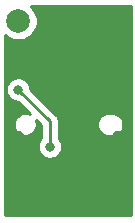
<source format=gbl>
G04 #@! TF.GenerationSoftware,KiCad,Pcbnew,(5.1.2)-2*
G04 #@! TF.CreationDate,2019-09-12T19:32:37+02:00*
G04 #@! TF.ProjectId,braunAdapterUSBC,62726175-6e41-4646-9170-746572555342,rev?*
G04 #@! TF.SameCoordinates,Original*
G04 #@! TF.FileFunction,Copper,L2,Bot*
G04 #@! TF.FilePolarity,Positive*
%FSLAX46Y46*%
G04 Gerber Fmt 4.6, Leading zero omitted, Abs format (unit mm)*
G04 Created by KiCad (PCBNEW (5.1.2)-2) date 2019-09-12 19:32:37*
%MOMM*%
%LPD*%
G04 APERTURE LIST*
%ADD10O,0.800000X1.400000*%
%ADD11C,2.000000*%
%ADD12C,0.600000*%
%ADD13R,0.800000X1.300000*%
%ADD14C,0.800000*%
%ADD15C,0.250000*%
%ADD16C,0.254000*%
G04 APERTURE END LIST*
D10*
X-4130000Y3110000D03*
X4130000Y3110000D03*
X4490000Y-2840000D03*
X-4490000Y-2840000D03*
D11*
X-4200000Y13100000D03*
X-4200000Y10000000D03*
D12*
X-1800000Y8225001D03*
X-1800000Y7525001D03*
D13*
X-1800000Y7875001D03*
D14*
X800000Y8000000D03*
X-4200000Y7300000D03*
X-1519496Y2469231D03*
D15*
X4130000Y-2480000D02*
X4490000Y-2840000D01*
X4130000Y3110000D02*
X4130000Y-2480000D01*
X-4130000Y-2480000D02*
X-4490000Y-2840000D01*
X-4130000Y3110000D02*
X-4130000Y-2480000D01*
X-3840000Y-2840000D02*
X4490000Y-2840000D01*
X-4490000Y-2840000D02*
X-3840000Y-2840000D01*
X-3674999Y10000000D02*
X-4200000Y10000000D01*
X-1800000Y8125001D02*
X-3674999Y10000000D01*
X-1800000Y7875001D02*
X-1800000Y8125001D01*
X-5225002Y8974998D02*
X-5225002Y4505002D01*
X-4200000Y10000000D02*
X-5225002Y8974998D01*
X-5225002Y4505002D02*
X-4130000Y3410000D01*
X-4130000Y3410000D02*
X-4130000Y3110000D01*
X-1574999Y8000000D02*
X-1800000Y8225001D01*
X800000Y8000000D02*
X-1574999Y8000000D01*
X-4200000Y7300000D02*
X-1519496Y4619496D01*
X-1519496Y4619496D02*
X-1519496Y2469231D01*
D16*
G36*
X5340001Y-3340000D02*
G01*
X-5340000Y-3340000D01*
X-5340000Y7401939D01*
X-5235000Y7401939D01*
X-5235000Y7198061D01*
X-5195226Y6998102D01*
X-5117205Y6809744D01*
X-5003937Y6640226D01*
X-4859774Y6496063D01*
X-4690256Y6382795D01*
X-4501898Y6304774D01*
X-4301939Y6265000D01*
X-4239801Y6265000D01*
X-3214020Y5239219D01*
X-3319978Y5283108D01*
X-3505448Y5320000D01*
X-3694552Y5320000D01*
X-3880022Y5283108D01*
X-4054731Y5210741D01*
X-4211964Y5105681D01*
X-4345681Y4971964D01*
X-4450741Y4814731D01*
X-4523108Y4640022D01*
X-4560000Y4454552D01*
X-4560000Y4265448D01*
X-4523108Y4079978D01*
X-4450741Y3905269D01*
X-4345681Y3748036D01*
X-4211964Y3614319D01*
X-4054731Y3509259D01*
X-3880022Y3436892D01*
X-3694552Y3400000D01*
X-3505448Y3400000D01*
X-3319978Y3436892D01*
X-3145269Y3509259D01*
X-2988036Y3614319D01*
X-2854319Y3748036D01*
X-2749259Y3905269D01*
X-2676892Y4079978D01*
X-2640000Y4265448D01*
X-2640000Y4454552D01*
X-2676892Y4640022D01*
X-2720781Y4745979D01*
X-2279496Y4304694D01*
X-2279495Y3172943D01*
X-2323433Y3129005D01*
X-2436701Y2959487D01*
X-2514722Y2771129D01*
X-2554496Y2571170D01*
X-2554496Y2367292D01*
X-2514722Y2167333D01*
X-2436701Y1978975D01*
X-2323433Y1809457D01*
X-2179270Y1665294D01*
X-2009752Y1552026D01*
X-1821394Y1474005D01*
X-1621435Y1434231D01*
X-1417557Y1434231D01*
X-1217598Y1474005D01*
X-1029240Y1552026D01*
X-859722Y1665294D01*
X-715559Y1809457D01*
X-602291Y1978975D01*
X-524270Y2167333D01*
X-484496Y2367292D01*
X-484496Y2571170D01*
X-524270Y2771129D01*
X-602291Y2959487D01*
X-715559Y3129005D01*
X-759496Y3172942D01*
X-759496Y4360000D01*
X2485355Y4360000D01*
X2503890Y4171807D01*
X2558784Y3990846D01*
X2647927Y3824072D01*
X2767893Y3677893D01*
X2914072Y3557927D01*
X3080846Y3468784D01*
X3261807Y3413890D01*
X3402838Y3400000D01*
X3797162Y3400000D01*
X3938193Y3413890D01*
X4119154Y3468784D01*
X4285928Y3557927D01*
X4432107Y3677893D01*
X4552073Y3824072D01*
X4641216Y3990846D01*
X4696110Y4171807D01*
X4714645Y4360000D01*
X4696110Y4548193D01*
X4641216Y4729154D01*
X4552073Y4895928D01*
X4432107Y5042107D01*
X4285928Y5162073D01*
X4119154Y5251216D01*
X3938193Y5306110D01*
X3797162Y5320000D01*
X3402838Y5320000D01*
X3261807Y5306110D01*
X3080846Y5251216D01*
X2914072Y5162073D01*
X2767893Y5042107D01*
X2647927Y4895928D01*
X2558784Y4729154D01*
X2503890Y4548193D01*
X2485355Y4360000D01*
X-759496Y4360000D01*
X-759496Y4582174D01*
X-755820Y4619497D01*
X-759496Y4656820D01*
X-759496Y4656829D01*
X-770493Y4768482D01*
X-813950Y4911743D01*
X-846139Y4971964D01*
X-884522Y5043773D01*
X-955697Y5130499D01*
X-979495Y5159497D01*
X-1008492Y5183294D01*
X-3165000Y7339801D01*
X-3165000Y7401939D01*
X-3204774Y7601898D01*
X-3282795Y7790256D01*
X-3396063Y7959774D01*
X-3540226Y8103937D01*
X-3709744Y8217205D01*
X-3898102Y8295226D01*
X-4098061Y8335000D01*
X-4301939Y8335000D01*
X-4501898Y8295226D01*
X-4690256Y8217205D01*
X-4859774Y8103937D01*
X-5003937Y7959774D01*
X-5117205Y7790256D01*
X-5195226Y7601898D01*
X-5235000Y7401939D01*
X-5340000Y7401939D01*
X-5340000Y11927761D01*
X-5242252Y11830013D01*
X-4974463Y11651082D01*
X-4676912Y11527832D01*
X-4361033Y11465000D01*
X-4038967Y11465000D01*
X-3723088Y11527832D01*
X-3425537Y11651082D01*
X-3157748Y11830013D01*
X-2930013Y12057748D01*
X-2751082Y12325537D01*
X-2627832Y12623088D01*
X-2565000Y12938967D01*
X-2565000Y13261033D01*
X-2627832Y13576912D01*
X-2751082Y13874463D01*
X-2930013Y14142252D01*
X-3127761Y14340000D01*
X5340000Y14340000D01*
X5340001Y-3340000D01*
X5340001Y-3340000D01*
G37*
X5340001Y-3340000D02*
X-5340000Y-3340000D01*
X-5340000Y7401939D01*
X-5235000Y7401939D01*
X-5235000Y7198061D01*
X-5195226Y6998102D01*
X-5117205Y6809744D01*
X-5003937Y6640226D01*
X-4859774Y6496063D01*
X-4690256Y6382795D01*
X-4501898Y6304774D01*
X-4301939Y6265000D01*
X-4239801Y6265000D01*
X-3214020Y5239219D01*
X-3319978Y5283108D01*
X-3505448Y5320000D01*
X-3694552Y5320000D01*
X-3880022Y5283108D01*
X-4054731Y5210741D01*
X-4211964Y5105681D01*
X-4345681Y4971964D01*
X-4450741Y4814731D01*
X-4523108Y4640022D01*
X-4560000Y4454552D01*
X-4560000Y4265448D01*
X-4523108Y4079978D01*
X-4450741Y3905269D01*
X-4345681Y3748036D01*
X-4211964Y3614319D01*
X-4054731Y3509259D01*
X-3880022Y3436892D01*
X-3694552Y3400000D01*
X-3505448Y3400000D01*
X-3319978Y3436892D01*
X-3145269Y3509259D01*
X-2988036Y3614319D01*
X-2854319Y3748036D01*
X-2749259Y3905269D01*
X-2676892Y4079978D01*
X-2640000Y4265448D01*
X-2640000Y4454552D01*
X-2676892Y4640022D01*
X-2720781Y4745979D01*
X-2279496Y4304694D01*
X-2279495Y3172943D01*
X-2323433Y3129005D01*
X-2436701Y2959487D01*
X-2514722Y2771129D01*
X-2554496Y2571170D01*
X-2554496Y2367292D01*
X-2514722Y2167333D01*
X-2436701Y1978975D01*
X-2323433Y1809457D01*
X-2179270Y1665294D01*
X-2009752Y1552026D01*
X-1821394Y1474005D01*
X-1621435Y1434231D01*
X-1417557Y1434231D01*
X-1217598Y1474005D01*
X-1029240Y1552026D01*
X-859722Y1665294D01*
X-715559Y1809457D01*
X-602291Y1978975D01*
X-524270Y2167333D01*
X-484496Y2367292D01*
X-484496Y2571170D01*
X-524270Y2771129D01*
X-602291Y2959487D01*
X-715559Y3129005D01*
X-759496Y3172942D01*
X-759496Y4360000D01*
X2485355Y4360000D01*
X2503890Y4171807D01*
X2558784Y3990846D01*
X2647927Y3824072D01*
X2767893Y3677893D01*
X2914072Y3557927D01*
X3080846Y3468784D01*
X3261807Y3413890D01*
X3402838Y3400000D01*
X3797162Y3400000D01*
X3938193Y3413890D01*
X4119154Y3468784D01*
X4285928Y3557927D01*
X4432107Y3677893D01*
X4552073Y3824072D01*
X4641216Y3990846D01*
X4696110Y4171807D01*
X4714645Y4360000D01*
X4696110Y4548193D01*
X4641216Y4729154D01*
X4552073Y4895928D01*
X4432107Y5042107D01*
X4285928Y5162073D01*
X4119154Y5251216D01*
X3938193Y5306110D01*
X3797162Y5320000D01*
X3402838Y5320000D01*
X3261807Y5306110D01*
X3080846Y5251216D01*
X2914072Y5162073D01*
X2767893Y5042107D01*
X2647927Y4895928D01*
X2558784Y4729154D01*
X2503890Y4548193D01*
X2485355Y4360000D01*
X-759496Y4360000D01*
X-759496Y4582174D01*
X-755820Y4619497D01*
X-759496Y4656820D01*
X-759496Y4656829D01*
X-770493Y4768482D01*
X-813950Y4911743D01*
X-846139Y4971964D01*
X-884522Y5043773D01*
X-955697Y5130499D01*
X-979495Y5159497D01*
X-1008492Y5183294D01*
X-3165000Y7339801D01*
X-3165000Y7401939D01*
X-3204774Y7601898D01*
X-3282795Y7790256D01*
X-3396063Y7959774D01*
X-3540226Y8103937D01*
X-3709744Y8217205D01*
X-3898102Y8295226D01*
X-4098061Y8335000D01*
X-4301939Y8335000D01*
X-4501898Y8295226D01*
X-4690256Y8217205D01*
X-4859774Y8103937D01*
X-5003937Y7959774D01*
X-5117205Y7790256D01*
X-5195226Y7601898D01*
X-5235000Y7401939D01*
X-5340000Y7401939D01*
X-5340000Y11927761D01*
X-5242252Y11830013D01*
X-4974463Y11651082D01*
X-4676912Y11527832D01*
X-4361033Y11465000D01*
X-4038967Y11465000D01*
X-3723088Y11527832D01*
X-3425537Y11651082D01*
X-3157748Y11830013D01*
X-2930013Y12057748D01*
X-2751082Y12325537D01*
X-2627832Y12623088D01*
X-2565000Y12938967D01*
X-2565000Y13261033D01*
X-2627832Y13576912D01*
X-2751082Y13874463D01*
X-2930013Y14142252D01*
X-3127761Y14340000D01*
X5340000Y14340000D01*
X5340001Y-3340000D01*
M02*

</source>
